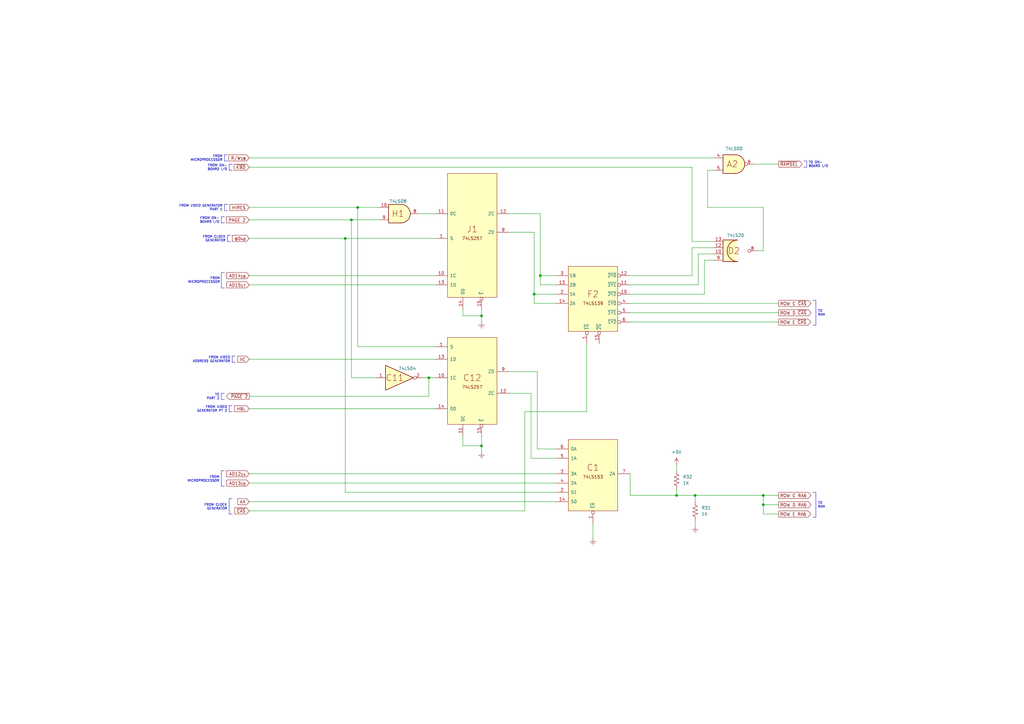
<source format=kicad_sch>
(kicad_sch (version 20211123) (generator eeschema)
  (paper "A3")
  (title_block (title "Apple II - Memory Address Part 1") (date "2022-07-11") (rev "7, RFI") (company "Apple Computers, Inc.") (comment 1 "Original schematic by Apple Computers") (comment 2 "https://github.com/omega9380/Retro-Schematics") (comment 3 "Replication by Omega9380 - July 2022") (comment 4 "Source: The Apple II Circuit Description by W. Gayler"))
  (lib_symbols
    (symbol "Apple II:A2_74LS00" (pin_names (offset 1.016))
      (property "Value" "A2_74LS00" (at 0 -6.35 0))
      (symbol "A2_74LS00_0_0"
        (text "A2" (at 0 0 0) (effects (font (size 2.54 2.54))))
      )
      (symbol "A2_74LS00_0_1"
        (polyline (pts (xy 1.27 3.81) (xy -3.81 3.81) (xy -3.81 -3.81) (xy 1.27 -3.81)) (stroke (width 0.254)) (fill (type background)))
        (arc (start 1.27 -3.81) (mid 5.08 0) (end 1.27 3.81) (stroke (width 0.254)) (fill (type background)))
      )
      (symbol "A2_74LS00_1_1"
        (pin input line (at -7.62 2.54 0) (length 3.81) (name "~") (number "1"))
        (pin input line (at -7.62 -2.54 0) (length 3.81) (name "~") (number "2"))
        (pin output inverted (at 8.89 0 180) (length 3.81) (name "~") (number "3"))
      )
      (symbol "A2_74LS00_1_2"
        (arc (start -3.81 -3.81) (mid -2.589 0) (end -3.81 3.81) (stroke (width 0.254)))
        (arc (start -0.6096 -3.81) (mid 2.1842 -2.5851) (end 3.81 0) (stroke (width 0.254)) (fill (type background)))
        (polyline (pts (xy -3.81 -3.81) (xy -0.635 -3.81)) (stroke (width 0.254)) (fill (type background)))
        (polyline (pts (xy -3.81 3.81) (xy -0.635 3.81)) (stroke (width 0.254)) (fill (type background)))
        (polyline (pts (xy -0.635 3.81) (xy -3.81 3.81) (xy -3.81 3.81) (xy -3.556 3.4036) (xy -3.0226 2.2606) (xy -2.6924 1.0414) (xy -2.6162 -0.254) (xy -2.7686 -1.4986) (xy -3.175 -2.7178) (xy -3.81 -3.81) (xy -3.81 -3.81) (xy -0.635 -3.81)) (stroke (width -25.4)) (fill (type background)))
        (arc (start 3.81 0) (mid 2.1915 2.5936) (end -0.6096 3.81) (stroke (width 0.254)) (fill (type background)))
        (pin input inverted (at -7.62 2.54 0) (length 4.318) (name "~") (number "1"))
        (pin input inverted (at -7.62 -2.54 0) (length 4.318) (name "~") (number "2"))
        (pin output line (at 7.62 0 180) (length 3.81) (name "~") (number "3"))
      )
      (symbol "A2_74LS00_2_1"
        (pin input line (at -7.62 2.54 0) (length 3.81) (name "~") (number "4"))
        (pin input line (at -7.62 -2.54 0) (length 3.81) (name "~") (number "5"))
        (pin output inverted (at 8.89 0 180) (length 3.81) (name "~") (number "6"))
      )
      (symbol "A2_74LS00_2_2"
        (arc (start -3.81 -3.81) (mid -2.589 0) (end -3.81 3.81) (stroke (width 0.254)))
        (arc (start -0.6096 -3.81) (mid 2.1842 -2.5851) (end 3.81 0) (stroke (width 0.254)) (fill (type background)))
        (polyline (pts (xy -3.81 -3.81) (xy -0.635 -3.81)) (stroke (width 0.254)) (fill (type background)))
        (polyline (pts (xy -3.81 3.81) (xy -0.635 3.81)) (stroke (width 0.254)) (fill (type background)))
        (polyline (pts (xy -0.635 3.81) (xy -3.81 3.81) (xy -3.81 3.81) (xy -3.556 3.4036) (xy -3.0226 2.2606) (xy -2.6924 1.0414) (xy -2.6162 -0.254) (xy -2.7686 -1.4986) (xy -3.175 -2.7178) (xy -3.81 -3.81) (xy -3.81 -3.81) (xy -0.635 -3.81)) (stroke (width -25.4)) (fill (type background)))
        (arc (start 3.81 0) (mid 2.1915 2.5936) (end -0.6096 3.81) (stroke (width 0.254)) (fill (type background)))
        (pin input inverted (at -7.62 2.54 0) (length 4.318) (name "~") (number "4"))
        (pin input inverted (at -7.62 -2.54 0) (length 4.318) (name "~") (number "5"))
        (pin output line (at 7.62 0 180) (length 3.81) (name "~") (number "6"))
      )
      (symbol "A2_74LS00_3_1"
        (pin input line (at -7.62 -2.54 0) (length 3.81) (name "~") (number "10"))
        (pin output inverted (at 8.89 0 180) (length 3.81) (name "~") (number "8"))
        (pin input line (at -7.62 2.54 0) (length 3.81) (name "~") (number "9"))
      )
      (symbol "A2_74LS00_3_2"
        (arc (start -3.81 -3.81) (mid -2.589 0) (end -3.81 3.81) (stroke (width 0.254)))
        (arc (start -0.6096 -3.81) (mid 2.1842 -2.5851) (end 3.81 0) (stroke (width 0.254)) (fill (type background)))
        (polyline (pts (xy -3.81 -3.81) (xy -0.635 -3.81)) (stroke (width 0.254)) (fill (type background)))
        (polyline (pts (xy -3.81 3.81) (xy -0.635 3.81)) (stroke (width 0.254)) (fill (type background)))
        (polyline (pts (xy -0.635 3.81) (xy -3.81 3.81) (xy -3.81 3.81) (xy -3.556 3.4036) (xy -3.0226 2.2606) (xy -2.6924 1.0414) (xy -2.6162 -0.254) (xy -2.7686 -1.4986) (xy -3.175 -2.7178) (xy -3.81 -3.81) (xy -3.81 -3.81) (xy -0.635 -3.81)) (stroke (width -25.4)) (fill (type background)))
        (arc (start 3.81 0) (mid 2.1915 2.5936) (end -0.6096 3.81) (stroke (width 0.254)) (fill (type background)))
        (pin input inverted (at -7.62 -2.54 0) (length 4.318) (name "~") (number "10"))
        (pin output line (at 7.62 0 180) (length 3.81) (name "~") (number "8"))
        (pin input inverted (at -7.62 2.54 0) (length 4.318) (name "~") (number "9"))
      )
      (symbol "A2_74LS00_4_1"
        (pin output inverted (at 8.89 0 180) (length 3.81) (name "~") (number "11"))
        (pin input line (at -7.62 2.54 0) (length 3.81) (name "~") (number "12"))
        (pin input line (at -7.62 -2.54 0) (length 3.81) (name "~") (number "13"))
      )
      (symbol "A2_74LS00_4_2"
        (arc (start -3.81 -3.81) (mid -2.589 0) (end -3.81 3.81) (stroke (width 0.254)))
        (arc (start -0.6096 -3.81) (mid 2.1842 -2.5851) (end 3.81 0) (stroke (width 0.254)) (fill (type background)))
        (polyline (pts (xy -3.81 -3.81) (xy -0.635 -3.81)) (stroke (width 0.254)) (fill (type background)))
        (polyline (pts (xy -3.81 3.81) (xy -0.635 3.81)) (stroke (width 0.254)) (fill (type background)))
        (polyline (pts (xy -0.635 3.81) (xy -3.81 3.81) (xy -3.81 3.81) (xy -3.556 3.4036) (xy -3.0226 2.2606) (xy -2.6924 1.0414) (xy -2.6162 -0.254) (xy -2.7686 -1.4986) (xy -3.175 -2.7178) (xy -3.81 -3.81) (xy -3.81 -3.81) (xy -0.635 -3.81)) (stroke (width -25.4)) (fill (type background)))
        (arc (start 3.81 0) (mid 2.1915 2.5936) (end -0.6096 3.81) (stroke (width 0.254)) (fill (type background)))
        (pin output line (at 7.62 0 180) (length 3.81) (name "~") (number "11"))
        (pin input inverted (at -7.62 2.54 0) (length 4.318) (name "~") (number "12"))
        (pin input inverted (at -7.62 -2.54 0) (length 4.318) (name "~") (number "13"))
      )
    )
    (symbol "Apple II:C11_74LS04"
      (property "Value" "C11_74LS04" (at 7.62 -3.81 0))
      (symbol "C11_74LS04_0_0"
        (polyline (pts (xy -3.81 5.08) (xy -3.81 -5.08) (xy 7.62 0) (xy -3.81 5.08)) (stroke (width 0.254)) (fill (type background)))
        (text "C11" (at 0 0 0) (effects (font (size 2.54 2.54))))
      )
      (symbol "C11_74LS04_1_0"
        (pin input line (at -7.62 0 0) (length 3.81) (name "~") (number "1"))
        (pin output inverted (at 11.43 0 180) (length 3.81) (name "~") (number "2"))
      )
      (symbol "C11_74LS04_2_0"
        (pin input line (at -7.62 0 0) (length 3.81) (name "~") (number "3"))
        (pin output inverted (at 11.43 0 180) (length 3.81) (name "~") (number "4"))
      )
      (symbol "C11_74LS04_3_0"
        (pin input line (at -7.62 0 0) (length 3.81) (name "~") (number "5"))
        (pin output inverted (at 11.43 0 180) (length 3.81) (name "~") (number "6"))
      )
      (symbol "C11_74LS04_4_0"
        (pin output inverted (at 11.43 0 180) (length 3.81) (name "~") (number "8"))
        (pin input line (at -7.62 0 0) (length 3.81) (name "~") (number "9"))
      )
      (symbol "C11_74LS04_5_0"
        (pin output inverted (at 11.43 0 180) (length 3.81) (name "~") (number "10"))
        (pin input line (at -7.62 0 0) (length 3.81) (name "~") (number "11"))
      )
      (symbol "C11_74LS04_6_0"
        (pin output inverted (at 11.43 0 180) (length 3.81) (name "~") (number "12"))
        (pin input line (at -7.62 0 0) (length 3.81) (name "~") (number "13"))
      )
    )
    (symbol "Apple II:C12_74LS257" (pin_names (offset 1.016))
      (symbol "C12_74LS257_1_0"
        (pin input line (at -5.08 -3.81 0) (length 5.08) (name "S") (number "1"))
        (pin input line (at -5.08 -16.51 0) (length 5.08) (name "1C") (number "10"))
        (pin input line (at 6.35 -40.64 90) (length 5.08) (name "0C") (number "11"))
        (pin tri_state line (at 25.4 -22.86 180) (length 5.08) (name "ZC") (number "12"))
        (pin input line (at -5.08 -8.89 0) (length 5.08) (name "1D") (number "13"))
        (pin input line (at -5.08 -29.21 0) (length 5.08) (name "0D") (number "14"))
        (pin input inverted (at 13.97 -40.64 90) (length 5.08) (name "~{E}") (number "15"))
        (pin tri_state line (at 25.4 -13.97 180) (length 5.08) (name "ZD") (number "9"))
      )
      (symbol "C12_74LS257_1_1"
        (rectangle (start 0 0) (end 20.32 -35.56) (fill (type background)))
        (text "74LS257" (at 10.16 -20.32 0) (effects (font (size 1.27 1.27))))
        (text "C12" (at 10.16 -16.51 0) (effects (font (size 2.54 2.54))))
      )
      (symbol "C12_74LS257_2_0"
        (pin input line (at -5.08 -3.81 0) (length 5.08) (name "S") (number "1"))
        (pin input inverted (at 10.16 -27.94 90) (length 5.08) (name "~{E}") (number "15"))
        (pin input line (at -5.08 -19.05 0) (length 5.08) (name "0A") (number "2"))
        (pin input line (at -5.08 -7.62 0) (length 5.08) (name "1A") (number "3"))
        (pin tri_state line (at 25.4 -11.43 180) (length 5.08) (name "ZA") (number "4"))
        (pin input line (at -5.08 -15.24 0) (length 5.08) (name "0B") (number "5"))
        (pin input line (at -5.08 -11.43 0) (length 5.08) (name "1B") (number "6"))
        (pin tri_state line (at 25.4 -19.05 180) (length 5.08) (name "ZB") (number "7"))
      )
      (symbol "C12_74LS257_2_1"
        (rectangle (start 0 0) (end 20.32 -22.86) (fill (type background)))
        (text "74LS257" (at 10.16 -13.97 0) (effects (font (size 1.27 1.27))))
        (text "C12" (at 10.16 -10.16 0) (effects (font (size 2.54 2.54))))
      )
    )
    (symbol "Apple II:C1_74LS153" (pin_names (offset 1.016))
      (symbol "C1_74LS153_1_0"
        (pin input line (at 25.4 -11.43 180) (length 5.08) (name "0B") (number "10"))
        (pin input line (at -5.08 -8.89 0) (length 5.08) (name "1B") (number "11"))
        (pin input line (at 25.4 -19.05 180) (length 5.08) (name "2B") (number "12"))
        (pin input line (at -5.08 -13.97 0) (length 5.08) (name "3B") (number "13"))
        (pin input line (at -5.08 -19.05 0) (length 5.08) (name "S0") (number "14"))
        (pin input inverted (at 10.16 -27.94 90) (length 5.08) (name "~{EB}") (number "15"))
        (pin input line (at -5.08 -3.81 0) (length 5.08) (name "S1") (number "2"))
        (pin output line (at 25.4 -3.81 180) (length 5.08) (name "ZB") (number "9"))
      )
      (symbol "C1_74LS153_1_1"
        (rectangle (start 0 0) (end 20.32 -22.86) (fill (type background)))
        (text "74LS153" (at 10.16 -13.97 0) (effects (font (size 1.27 1.27))))
        (text "C1" (at 10.16 -10.16 0) (effects (font (size 2.54 2.54))))
      )
      (symbol "C1_74LS153_2_0"
        (pin input inverted (at 10.16 -31.75 90) (length 5.08) (name "~{EA}") (number "1"))
        (pin input line (at -5.08 -22.86 0) (length 5.08) (name "S0") (number "14"))
        (pin input line (at -5.08 -19.05 0) (length 5.08) (name "S1") (number "2"))
        (pin input line (at -5.08 -11.43 0) (length 5.08) (name "3A") (number "3"))
        (pin input line (at -5.08 -15.24 0) (length 5.08) (name "2A") (number "4"))
        (pin input line (at -5.08 -7.62 0) (length 5.08) (name "1A") (number "5"))
        (pin input line (at -5.08 -3.81 0) (length 5.08) (name "0A") (number "6"))
        (pin output line (at 25.4 -13.97 180) (length 5.08) (name "ZA") (number "7"))
      )
      (symbol "C1_74LS153_2_1"
        (rectangle (start 0 0) (end 20.32 -26.67) (fill (type background)))
        (text "74LS153" (at 10.16 -15.24 0) (effects (font (size 1.27 1.27))))
        (text "C1" (at 10.16 -11.43 0) (effects (font (size 2.54 2.54))))
      )
      (symbol "C1_74LS153_3_0"
        (pin input inverted (at 10.16 -34.29 90) (length 5.08) (name "~{EA}") (number "1"))
        (pin input line (at -5.08 -25.4 0) (length 5.08) (name "S0") (number "14"))
        (pin input line (at -5.08 -21.59 0) (length 5.08) (name "S1") (number "2"))
        (pin input line (at -5.08 -13.97 0) (length 5.08) (name "3A") (number "3"))
        (pin input line (at -5.08 -17.78 0) (length 5.08) (name "2A") (number "4"))
        (pin input line (at -5.08 -7.62 0) (length 5.08) (name "1A") (number "5"))
        (pin input line (at -5.08 -3.81 0) (length 5.08) (name "0A") (number "6"))
        (pin output line (at 25.4 -13.97 180) (length 5.08) (name "ZA") (number "7"))
      )
      (symbol "C1_74LS153_3_1"
        (rectangle (start 0 0) (end 20.32 -29.21) (fill (type background)))
        (text "74LS153" (at 10.16 -15.24 0) (effects (font (size 1.27 1.27))))
        (text "C1" (at 10.16 -11.43 0) (effects (font (size 2.54 2.54))))
      )
    )
    (symbol "Apple II:D2_74LS20" (pin_names (offset 1.016))
      (property "Value" "D2_74LS20" (at 0 -6.35 0))
      (symbol "D2_74LS20_0_0"
        (text "D2" (at 0.635 0 0) (effects (font (size 2.54 2.54))))
      )
      (symbol "D2_74LS20_0_1"
        (polyline (pts (xy 2.159 4.445) (xy -3.81 4.445) (xy -3.81 -4.445) (xy 2.159 -4.445)) (stroke (width 0.254)) (fill (type background)))
        (arc (start 2.0594 4.445) (mid -2.6759 0) (end 2.0594 -4.445) (stroke (width 0.254)) (fill (type background)))
      )
      (symbol "D2_74LS20_1_1"
        (pin input line (at -7.62 -3.81 0) (length 3.81) (name "~") (number "1"))
        (pin input line (at -7.62 -1.27 0) (length 3.81) (name "~") (number "2"))
        (pin input line (at -7.62 1.27 0) (length 3.81) (name "~") (number "4"))
        (pin input line (at -7.62 3.81 0) (length 3.81) (name "~") (number "5"))
        (pin output inverted (at 10.16 0 180) (length 3.81) (name "~") (number "6"))
      )
      (symbol "D2_74LS20_1_2"
        (arc (start -3.81 -4.445) (mid -2.5908 0) (end -3.81 4.445) (stroke (width 0.254)))
        (arc (start -0.6096 -4.445) (mid 2.2246 -2.8422) (end 3.81 0) (stroke (width 0.254)) (fill (type background)))
        (polyline (pts (xy -3.81 -4.445) (xy -0.635 -4.445)) (stroke (width 0.254)) (fill (type background)))
        (polyline (pts (xy -3.81 4.445) (xy -0.635 4.445)) (stroke (width 0.254)) (fill (type background)))
        (polyline (pts (xy -0.635 4.445) (xy -3.81 4.445) (xy -3.81 4.445) (xy -3.6322 4.0894) (xy -3.0988 2.921) (xy -2.7686 1.6764) (xy -2.6162 0.4318) (xy -2.6416 -0.8636) (xy -2.8702 -2.1082) (xy -3.2512 -3.3274) (xy -3.81 -4.445) (xy -3.81 -4.445) (xy -0.635 -4.445)) (stroke (width -25.4)) (fill (type background)))
        (arc (start 3.81 0) (mid 2.2204 2.8379) (end -0.6096 4.445) (stroke (width 0.254)) (fill (type background)))
        (pin input inverted (at -7.62 3.81 0) (length 3.81) (name "~") (number "1"))
        (pin input inverted (at -7.62 1.27 0) (length 4.826) (name "~") (number "2"))
        (pin input inverted (at -7.62 -1.27 0) (length 4.826) (name "~") (number "4"))
        (pin input inverted (at -7.62 -3.81 0) (length 3.81) (name "~") (number "5"))
        (pin output line (at 7.62 0 180) (length 3.81) (name "~") (number "6"))
      )
      (symbol "D2_74LS20_2_1"
        (pin input line (at -7.62 -1.27 0) (length 3.81) (name "~") (number "10"))
        (pin input line (at -7.62 1.27 0) (length 3.81) (name "~") (number "12"))
        (pin input line (at -7.62 3.81 0) (length 3.81) (name "~") (number "13"))
        (pin output inverted (at 10.16 0 180) (length 3.81) (name "~") (number "8"))
        (pin input line (at -7.62 -3.81 0) (length 3.81) (name "~") (number "9"))
      )
      (symbol "D2_74LS20_2_2"
        (arc (start -3.81 -4.445) (mid -2.5908 0) (end -3.81 4.445) (stroke (width 0.254)))
        (arc (start -0.6096 -4.445) (mid 2.2246 -2.8422) (end 3.81 0) (stroke (width 0.254)) (fill (type background)))
        (polyline (pts (xy -3.81 -4.445) (xy -0.635 -4.445)) (stroke (width 0.254)) (fill (type background)))
        (polyline (pts (xy -3.81 4.445) (xy -0.635 4.445)) (stroke (width 0.254)) (fill (type background)))
        (polyline (pts (xy -0.635 4.445) (xy -3.81 4.445) (xy -3.81 4.445) (xy -3.6322 4.0894) (xy -3.0988 2.921) (xy -2.7686 1.6764) (xy -2.6162 0.4318) (xy -2.6416 -0.8636) (xy -2.8702 -2.1082) (xy -3.2512 -3.3274) (xy -3.81 -4.445) (xy -3.81 -4.445) (xy -0.635 -4.445)) (stroke (width -25.4)) (fill (type background)))
        (arc (start 3.81 0) (mid 2.2204 2.8379) (end -0.6096 4.445) (stroke (width 0.254)) (fill (type background)))
        (pin input inverted (at -7.62 1.27 0) (length 4.826) (name "~") (number "10"))
        (pin input inverted (at -7.62 -1.27 0) (length 4.826) (name "~") (number "12"))
        (pin input inverted (at -7.62 -3.81 0) (length 3.81) (name "~") (number "13"))
        (pin output line (at 7.62 0 180) (length 3.81) (name "~") (number "8"))
        (pin input inverted (at -7.62 3.81 0) (length 3.81) (name "~") (number "9"))
      )
    )
    (symbol "Apple II:F2_74LS139"
      (symbol "F2_74LS139_0_0"
        (text "74LS139" (at 10.16 -15.24 0) (effects (font (size 1.27 1.27))))
        (text "F2" (at 10.16 -11.43 0) (effects (font (size 2.54 2.54))))
      )
      (symbol "F2_74LS139_0_1"
        (rectangle (start 0 0) (end 20.32 -26.67) (fill (type background)))
      )
      (symbol "F2_74LS139_1_0"
        (pin input inverted (at 7.62 -31.75 90) (length 5.08) (name "~{1G}") (number "1"))
        (pin input inverted (at 25.4 -11.43 180) (length 5.08) (name "~{2Y2}") (number "10"))
        (pin input inverted (at 25.4 -7.62 180) (length 5.08) (name "~{2Y1}") (number "11"))
        (pin input inverted (at 25.4 -3.81 180) (length 5.08) (name "~{2Y0}") (number "12"))
        (pin input line (at -5.08 -7.62 0) (length 5.08) (name "2B") (number "13"))
        (pin input line (at -5.08 -15.24 0) (length 5.08) (name "2A") (number "14"))
        (pin input inverted (at 12.7 -31.75 90) (length 5.08) (name "~{2G}") (number "15"))
        (pin input line (at -5.08 -11.43 0) (length 5.08) (name "1A") (number "2"))
        (pin input line (at -5.08 -3.81 0) (length 5.08) (name "1B") (number "3"))
        (pin input inverted (at 25.4 -15.24 180) (length 5.08) (name "~{1Y0}") (number "4"))
        (pin input inverted (at 25.4 -19.05 180) (length 5.08) (name "~{1Y1}") (number "5"))
        (pin input inverted (at 25.4 -22.86 180) (length 5.08) (name "~{1Y2}") (number "6"))
      )
    )
    (symbol "Apple II:H1_74LS08" (pin_names (offset 1.016))
      (property "Value" "H1_74LS08" (at 0 -6.35 0))
      (symbol "H1_74LS08_0_0"
        (text "H1" (at 0 0 0) (effects (font (size 2.54 2.54))))
      )
      (symbol "H1_74LS08_0_1"
        (polyline (pts (xy 1.27 3.81) (xy -3.81 3.81) (xy -3.81 -3.81) (xy 1.27 -3.81)) (stroke (width 0.254)) (fill (type background)))
        (arc (start 1.27 -3.81) (mid 5.08 0) (end 1.27 3.81) (stroke (width 0.254)) (fill (type background)))
      )
      (symbol "H1_74LS08_1_1"
        (pin input line (at -7.62 2.54 0) (length 3.81) (name "~") (number "1"))
        (pin input line (at -7.62 -2.54 0) (length 3.81) (name "~") (number "2"))
        (pin output line (at 8.89 0 180) (length 3.81) (name "~") (number "3"))
      )
      (symbol "H1_74LS08_1_2"
        (arc (start -3.81 -3.81) (mid -2.589 0) (end -3.81 3.81) (stroke (width 0.254)))
        (arc (start -0.6096 -3.81) (mid 2.1842 -2.5851) (end 3.81 0) (stroke (width 0.254)) (fill (type background)))
        (polyline (pts (xy -3.81 -3.81) (xy -0.635 -3.81)) (stroke (width 0.254)) (fill (type background)))
        (polyline (pts (xy -3.81 3.81) (xy -0.635 3.81)) (stroke (width 0.254)) (fill (type background)))
        (polyline (pts (xy -0.635 3.81) (xy -3.81 3.81) (xy -3.81 3.81) (xy -3.556 3.4036) (xy -3.0226 2.2606) (xy -2.6924 1.0414) (xy -2.6162 -0.254) (xy -2.7686 -1.4986) (xy -3.175 -2.7178) (xy -3.81 -3.81) (xy -3.81 -3.81) (xy -0.635 -3.81)) (stroke (width -25.4)) (fill (type background)))
        (arc (start 3.81 0) (mid 2.1915 2.5936) (end -0.6096 3.81) (stroke (width 0.254)) (fill (type background)))
        (pin input inverted (at -7.62 2.54 0) (length 4.318) (name "~") (number "1"))
        (pin input inverted (at -7.62 -2.54 0) (length 4.318) (name "~") (number "2"))
        (pin output inverted (at 7.62 0 180) (length 3.81) (name "~") (number "3"))
      )
      (symbol "H1_74LS08_2_1"
        (pin input line (at -7.62 2.54 0) (length 3.81) (name "~") (number "4"))
        (pin input line (at -7.62 -2.54 0) (length 3.81) (name "~") (number "5"))
        (pin output line (at 8.89 0 180) (length 3.81) (name "~") (number "6"))
      )
      (symbol "H1_74LS08_2_2"
        (arc (start -3.81 -3.81) (mid -2.589 0) (end -3.81 3.81) (stroke (width 0.254)))
        (arc (start -0.6096 -3.81) (mid 2.1842 -2.5851) (end 3.81 0) (stroke (width 0.254)) (fill (type background)))
        (polyline (pts (xy -3.81 -3.81) (xy -0.635 -3.81)) (stroke (width 0.254)) (fill (type background)))
        (polyline (pts (xy -3.81 3.81) (xy -0.635 3.81)) (stroke (width 0.254)) (fill (type background)))
        (polyline (pts (xy -0.635 3.81) (xy -3.81 3.81) (xy -3.81 3.81) (xy -3.556 3.4036) (xy -3.0226 2.2606) (xy -2.6924 1.0414) (xy -2.6162 -0.254) (xy -2.7686 -1.4986) (xy -3.175 -2.7178) (xy -3.81 -3.81) (xy -3.81 -3.81) (xy -0.635 -3.81)) (stroke (width -25.4)) (fill (type background)))
        (arc (start 3.81 0) (mid 2.1915 2.5936) (end -0.6096 3.81) (stroke (width 0.254)) (fill (type background)))
        (pin input inverted (at -7.62 2.54 0) (length 4.318) (name "~") (number "4"))
        (pin input inverted (at -7.62 -2.54 0) (length 4.318) (name "~") (number "5"))
        (pin output inverted (at 7.62 0 180) (length 3.81) (name "~") (number "6"))
      )
      (symbol "H1_74LS08_3_1"
        (pin input line (at -7.62 -2.54 0) (length 3.81) (name "~") (number "10"))
        (pin output line (at 8.89 0 180) (length 3.81) (name "~") (number "8"))
        (pin input line (at -7.62 2.54 0) (length 3.81) (name "~") (number "9"))
      )
      (symbol "H1_74LS08_3_2"
        (arc (start -3.81 -3.81) (mid -2.589 0) (end -3.81 3.81) (stroke (width 0.254)))
        (arc (start -0.6096 -3.81) (mid 2.1842 -2.5851) (end 3.81 0) (stroke (width 0.254)) (fill (type background)))
        (polyline (pts (xy -3.81 -3.81) (xy -0.635 -3.81)) (stroke (width 0.254)) (fill (type background)))
        (polyline (pts (xy -3.81 3.81) (xy -0.635 3.81)) (stroke (width 0.254)) (fill (type background)))
        (polyline (pts (xy -0.635 3.81) (xy -3.81 3.81) (xy -3.81 3.81) (xy -3.556 3.4036) (xy -3.0226 2.2606) (xy -2.6924 1.0414) (xy -2.6162 -0.254) (xy -2.7686 -1.4986) (xy -3.175 -2.7178) (xy -3.81 -3.81) (xy -3.81 -3.81) (xy -0.635 -3.81)) (stroke (width -25.4)) (fill (type background)))
        (arc (start 3.81 0) (mid 2.1915 2.5936) (end -0.6096 3.81) (stroke (width 0.254)) (fill (type background)))
        (pin input inverted (at -7.62 -2.54 0) (length 4.318) (name "~") (number "10"))
        (pin output inverted (at 7.62 0 180) (length 3.81) (name "~") (number "8"))
        (pin input inverted (at -7.62 2.54 0) (length 4.318) (name "~") (number "9"))
      )
      (symbol "H1_74LS08_4_1"
        (pin output line (at 8.89 0 180) (length 3.81) (name "~") (number "11"))
        (pin input line (at -7.62 2.54 0) (length 3.81) (name "~") (number "12"))
        (pin input line (at -7.62 -2.54 0) (length 3.81) (name "~") (number "13"))
      )
      (symbol "H1_74LS08_4_2"
        (arc (start -3.81 -3.81) (mid -2.589 0) (end -3.81 3.81) (stroke (width 0.254)))
        (arc (start -0.6096 -3.81) (mid 2.1842 -2.5851) (end 3.81 0) (stroke (width 0.254)) (fill (type background)))
        (polyline (pts (xy -3.81 -3.81) (xy -0.635 -3.81)) (stroke (width 0.254)) (fill (type background)))
        (polyline (pts (xy -3.81 3.81) (xy -0.635 3.81)) (stroke (width 0.254)) (fill (type background)))
        (polyline (pts (xy -0.635 3.81) (xy -3.81 3.81) (xy -3.81 3.81) (xy -3.556 3.4036) (xy -3.0226 2.2606) (xy -2.6924 1.0414) (xy -2.6162 -0.254) (xy -2.7686 -1.4986) (xy -3.175 -2.7178) (xy -3.81 -3.81) (xy -3.81 -3.81) (xy -0.635 -3.81)) (stroke (width -25.4)) (fill (type background)))
        (arc (start 3.81 0) (mid 2.1915 2.5936) (end -0.6096 3.81) (stroke (width 0.254)) (fill (type background)))
        (pin output inverted (at 7.62 0 180) (length 3.81) (name "~") (number "11"))
        (pin input inverted (at -7.62 2.54 0) (length 4.318) (name "~") (number "12"))
        (pin input inverted (at -7.62 -2.54 0) (length 4.318) (name "~") (number "13"))
      )
    )
    (symbol "Apple II:J1_74LS257" (pin_names (offset 1.016))
      (symbol "J1_74LS257_0_0"
        (text "74LS257" (at 10.16 -26.67 0) (effects (font (size 1.27 1.27))))
        (text "J1" (at 10.16 -22.86 0) (effects (font (size 2.54 2.54))))
      )
      (symbol "J1_74LS257_0_1"
        (rectangle (start 0 0) (end 20.32 -50.8) (fill (type background)))
      )
      (symbol "J1_74LS257_1_0"
        (pin input line (at -5.08 -26.67 0) (length 5.08) (name "S") (number "1"))
        (pin input line (at -5.08 -41.91 0) (length 5.08) (name "1C") (number "10"))
        (pin input line (at -5.08 -16.51 0) (length 5.08) (name "0C") (number "11"))
        (pin tri_state line (at 25.4 -16.51 180) (length 5.08) (name "ZC") (number "12"))
        (pin input line (at -5.08 -46.99 0) (length 5.08) (name "1D") (number "13"))
        (pin input line (at 6.35 -55.88 90) (length 5.08) (name "0D") (number "14"))
        (pin input inverted (at 13.97 -55.88 90) (length 5.08) (name "~{E}") (number "15"))
        (pin input line (at 25.4 -31.75 180) (length 5.08) (name "0A") (number "2"))
        (pin input line (at -5.08 -31.75 0) (length 5.08) (name "1A") (number "3"))
        (pin tri_state line (at 25.4 -10.16 180) (length 5.08) (name "ZA") (number "4"))
        (pin input line (at -5.08 -3.81 0) (length 5.08) (name "0B") (number "5"))
        (pin input line (at -5.08 -36.83 0) (length 5.08) (name "1B") (number "6"))
        (pin tri_state line (at 25.4 -3.81 180) (length 5.08) (name "ZB") (number "7"))
        (pin tri_state line (at 25.4 -24.13 180) (length 5.08) (name "ZD") (number "9"))
      )
      (symbol "J1_74LS257_2_0"
        (pin input line (at -5.08 -26.67 0) (length 5.08) (name "S") (number "1"))
        (pin input line (at -5.08 -41.91 0) (length 5.08) (name "1C") (number "10"))
        (pin input line (at -5.08 -16.51 0) (length 5.08) (name "0C") (number "11"))
        (pin tri_state line (at 25.4 -16.51 180) (length 5.08) (name "ZC") (number "12"))
        (pin input line (at -5.08 -45.72 0) (length 5.08) (name "1D") (number "13"))
        (pin input line (at 6.35 -55.88 90) (length 5.08) (name "0D") (number "14"))
        (pin input inverted (at 13.97 -55.88 90) (length 5.08) (name "~{E}") (number "15"))
        (pin tri_state line (at 25.4 -24.13 180) (length 5.08) (name "ZD") (number "9"))
      )
    )
    (symbol "Device:R_US" (pin_numbers hide) (pin_names (offset 0))
      (property "Reference" "R" (at 2.54 0 90))
      (property "Value" "R_US" (at -2.54 0 90))
      (symbol "R_US_0_1"
        (polyline (pts (xy 0 -2.286) (xy 0 -2.54)))
        (polyline (pts (xy 0 2.286) (xy 0 2.54)))
        (polyline (pts (xy 0 -0.762) (xy 1.016 -1.143) (xy 0 -1.524) (xy -1.016 -1.905) (xy 0 -2.286)))
        (polyline (pts (xy 0 0.762) (xy 1.016 0.381) (xy 0 0) (xy -1.016 -0.381) (xy 0 -0.762)))
        (polyline (pts (xy 0 2.286) (xy 1.016 1.905) (xy 0 1.524) (xy -1.016 1.143) (xy 0 0.762)))
      )
      (symbol "R_US_1_1"
        (pin passive line (at 0 3.81 270) (length 1.27) (name "~") (number "1"))
        (pin passive line (at 0 -3.81 90) (length 1.27) (name "~") (number "2"))
      )
    )
    (symbol "power:+5V" (power) (pin_names (offset 0))
      (property "Value" "+5V" (at 0 3.556 0))
      (symbol "+5V_0_1"
        (polyline (pts (xy -0.762 1.27) (xy 0 2.54)))
        (polyline (pts (xy 0 0) (xy 0 2.54)))
        (polyline (pts (xy 0 2.54) (xy 0.762 1.27)))
      )
      (symbol "+5V_1_1"
        (pin power_in line (at 0 0 90) (length 0) hide (name "+5V") (number "1"))
      )
    )
    (symbol "power:Earth" (power) (pin_names (offset 0))
      (symbol "Earth_0_1"
        (polyline (pts (xy -0.635 -1.905) (xy 0.635 -1.905)))
        (polyline (pts (xy -0.127 -2.54) (xy 0.127 -2.54)))
        (polyline (pts (xy 0 -1.27) (xy 0 0)))
        (polyline (pts (xy 1.27 -1.27) (xy -1.27 -1.27)))
      )
      (symbol "Earth_1_1"
        (pin power_in line (at 0 0 270) (length 0) hide (name "Earth") (number "1"))
      )
    )
  )
  (junction (at 313.055 203.2))
  (junction (at 221.615 113.03))
  (junction (at 285.115 203.2))
  (junction (at 277.495 203.2))
  (junction (at 313.055 207.01))
  (junction (at 144.145 90.17))
  (junction (at 197.485 129.54))
  (junction (at 175.895 154.94))
  (junction (at 219.075 120.65))
  (junction (at 141.605 97.79))
  (junction (at 197.485 182.88))
  (junction (at 146.685 85.09))
  (wire (pts (xy 146.685 85.09) (xy 155.575 85.09)))
  (wire (pts (xy 227.965 116.84) (xy 221.615 116.84)))
  (polyline (pts (xy 92.075 83.82) (xy 92.075 86.36)) (stroke (width 0) (type solid)))
  (wire (pts (xy 288.925 106.68) (xy 292.735 106.68)))
  (wire (pts (xy 285.115 203.2) (xy 285.115 205.74)))
  (polyline (pts (xy 93.98 166.37) (xy 93.98 168.91)) (stroke (width 0) (type solid)))
  (polyline (pts (xy 90.805 161.29) (xy 90.805 163.83)) (stroke (width 0) (type solid)))
  (wire (pts (xy 290.195 69.85) (xy 290.195 85.09)))
  (wire (pts (xy 175.895 154.94) (xy 178.435 154.94)))
  (wire (pts (xy 102.235 205.74) (xy 227.965 205.74)))
  (polyline (pts (xy 96.52 146.05) (xy 95.25 146.05)) (stroke (width 0) (type solid)))
  (polyline (pts (xy 93.345 86.36) (xy 92.075 86.36)) (stroke (width 0) (type solid)))
  (polyline (pts (xy 92.075 88.9) (xy 90.805 88.9)) (stroke (width 0) (type solid)))
  (wire (pts (xy 313.055 85.09) (xy 313.055 102.87)))
  (wire (pts (xy 258.445 116.84) (xy 286.385 116.84)))
  (wire (pts (xy 217.805 161.29) (xy 217.805 187.96)))
  (wire (pts (xy 102.235 209.55) (xy 215.265 209.55)))
  (wire (pts (xy 144.145 154.94) (xy 144.145 90.17)))
  (polyline (pts (xy 90.805 111.76) (xy 90.805 118.11)) (stroke (width 0) (type solid)))
  (wire (pts (xy 219.075 124.46) (xy 219.075 120.65)))
  (wire (pts (xy 313.055 203.2) (xy 319.405 203.2)))
  (wire (pts (xy 146.685 142.24) (xy 146.685 85.09)))
  (wire (pts (xy 102.235 97.79) (xy 141.605 97.79)))
  (wire (pts (xy 227.965 201.93) (xy 141.605 201.93)))
  (wire (pts (xy 319.405 210.82) (xy 313.055 210.82)))
  (wire (pts (xy 313.055 210.82) (xy 313.055 207.01)))
  (polyline (pts (xy 334.645 201.93) (xy 334.645 212.09)) (stroke (width 0) (type solid)))
  (wire (pts (xy 173.355 154.94) (xy 175.895 154.94)))
  (wire (pts (xy 102.235 162.56) (xy 175.895 162.56)))
  (polyline (pts (xy 330.835 66.04) (xy 330.835 68.58)) (stroke (width 0) (type solid)))
  (wire (pts (xy 208.915 87.63) (xy 221.615 87.63)))
  (wire (pts (xy 189.865 182.88) (xy 197.485 182.88)))
  (wire (pts (xy 221.615 113.03) (xy 227.965 113.03)))
  (wire (pts (xy 240.665 140.97) (xy 240.665 168.91)))
  (wire (pts (xy 102.235 198.12) (xy 227.965 198.12)))
  (polyline (pts (xy 93.345 83.82) (xy 92.075 83.82)) (stroke (width 0) (type solid)))
  (polyline (pts (xy 95.25 210.82) (xy 93.98 210.82)) (stroke (width 0) (type solid)))
  (wire (pts (xy 319.405 128.27) (xy 258.445 128.27)))
  (wire (pts (xy 102.235 90.17) (xy 144.145 90.17)))
  (polyline (pts (xy 95.25 69.85) (xy 93.98 69.85)) (stroke (width 0) (type solid)))
  (polyline (pts (xy 333.375 133.35) (xy 334.645 133.35)) (stroke (width 0) (type solid)))
  (wire (pts (xy 102.235 147.32) (xy 178.435 147.32)))
  (wire (pts (xy 258.445 203.2) (xy 277.495 203.2)))
  (wire (pts (xy 197.485 182.88) (xy 197.485 179.07)))
  (wire (pts (xy 277.495 203.2) (xy 285.115 203.2)))
  (wire (pts (xy 215.265 168.91) (xy 215.265 209.55)))
  (polyline (pts (xy 95.25 168.91) (xy 93.98 168.91)) (stroke (width 0) (type solid)))
  (polyline (pts (xy 92.075 163.83) (xy 90.805 163.83)) (stroke (width 0) (type solid)))
  (wire (pts (xy 217.805 187.96) (xy 227.965 187.96)))
  (polyline (pts (xy 93.98 67.31) (xy 93.98 69.85)) (stroke (width 0) (type solid)))
  (polyline (pts (xy 95.25 166.37) (xy 93.98 166.37)) (stroke (width 0) (type solid)))
  (wire (pts (xy 319.405 132.08) (xy 258.445 132.08)))
  (polyline (pts (xy 92.075 193.04) (xy 90.805 193.04)) (stroke (width 0) (type solid)))
  (wire (pts (xy 290.195 85.09) (xy 313.055 85.09)))
  (polyline (pts (xy 95.25 204.47) (xy 93.98 204.47)) (stroke (width 0) (type solid)))
  (polyline (pts (xy 93.345 63.5) (xy 92.075 63.5)) (stroke (width 0) (type solid)))
  (wire (pts (xy 141.605 97.79) (xy 178.435 97.79)))
  (wire (pts (xy 227.965 124.46) (xy 219.075 124.46)))
  (wire (pts (xy 219.075 95.25) (xy 219.075 120.65)))
  (wire (pts (xy 310.515 102.87) (xy 313.055 102.87)))
  (polyline (pts (xy 329.565 68.58) (xy 330.835 68.58)) (stroke (width 0) (type solid)))
  (wire (pts (xy 283.845 99.06) (xy 283.845 68.58)))
  (wire (pts (xy 240.665 168.91) (xy 215.265 168.91)))
  (polyline (pts (xy 95.25 146.05) (xy 95.25 148.59)) (stroke (width 0) (type solid)))
  (wire (pts (xy 288.925 120.65) (xy 288.925 106.68)))
  (polyline (pts (xy 94.615 96.52) (xy 93.345 96.52)) (stroke (width 0) (type solid)))
  (wire (pts (xy 175.895 154.94) (xy 175.895 162.56)))
  (wire (pts (xy 102.235 113.03) (xy 178.435 113.03)))
  (wire (pts (xy 292.735 99.06) (xy 283.845 99.06)))
  (wire (pts (xy 102.235 64.77) (xy 292.735 64.77)))
  (wire (pts (xy 227.965 184.15) (xy 220.345 184.15)))
  (wire (pts (xy 285.115 215.9) (xy 285.115 213.36)))
  (wire (pts (xy 221.615 87.63) (xy 221.615 113.03)))
  (polyline (pts (xy 334.645 123.19) (xy 334.645 133.35)) (stroke (width 0) (type solid)))
  (wire (pts (xy 283.845 101.6) (xy 292.735 101.6)))
  (polyline (pts (xy 93.345 96.52) (xy 93.345 99.06)) (stroke (width 0) (type solid)))
  (wire (pts (xy 277.495 190.5) (xy 277.495 193.04)))
  (wire (pts (xy 178.435 142.24) (xy 146.685 142.24)))
  (polyline (pts (xy 94.615 99.06) (xy 93.345 99.06)) (stroke (width 0) (type solid)))
  (wire (pts (xy 285.115 203.2) (xy 313.055 203.2)))
  (wire (pts (xy 243.205 220.98) (xy 243.205 214.63)))
  (polyline (pts (xy 92.075 63.5) (xy 92.075 66.04)) (stroke (width 0) (type solid)))
  (polyline (pts (xy 333.375 201.93) (xy 334.645 201.93)) (stroke (width 0) (type solid)))
  (wire (pts (xy 102.235 194.31) (xy 227.965 194.31)))
  (wire (pts (xy 189.865 127) (xy 189.865 129.54)))
  (polyline (pts (xy 92.075 91.44) (xy 90.805 91.44)) (stroke (width 0) (type solid)))
  (wire (pts (xy 189.865 179.07) (xy 189.865 182.88)))
  (wire (pts (xy 283.845 113.03) (xy 283.845 101.6)))
  (wire (pts (xy 319.405 207.01) (xy 313.055 207.01)))
  (polyline (pts (xy 333.375 123.19) (xy 334.645 123.19)) (stroke (width 0) (type solid)))
  (polyline (pts (xy 92.075 111.76) (xy 90.805 111.76)) (stroke (width 0) (type solid)))
  (wire (pts (xy 197.485 129.54) (xy 197.485 127)))
  (polyline (pts (xy 92.075 118.11) (xy 90.805 118.11)) (stroke (width 0) (type solid)))
  (wire (pts (xy 197.485 132.08) (xy 197.485 129.54)))
  (wire (pts (xy 286.385 116.84) (xy 286.385 104.14)))
  (wire (pts (xy 219.075 120.65) (xy 227.965 120.65)))
  (polyline (pts (xy 90.805 88.9) (xy 90.805 91.44)) (stroke (width 0) (type solid)))
  (wire (pts (xy 258.445 194.31) (xy 258.445 203.2)))
  (wire (pts (xy 208.915 161.29) (xy 217.805 161.29)))
  (wire (pts (xy 102.235 116.84) (xy 178.435 116.84)))
  (wire (pts (xy 258.445 120.65) (xy 288.925 120.65)))
  (wire (pts (xy 286.385 104.14) (xy 292.735 104.14)))
  (polyline (pts (xy 90.805 193.04) (xy 90.805 199.39)) (stroke (width 0) (type solid)))
  (polyline (pts (xy 92.075 199.39) (xy 90.805 199.39)) (stroke (width 0) (type solid)))
  (wire (pts (xy 221.615 116.84) (xy 221.615 113.03)))
  (wire (pts (xy 154.305 154.94) (xy 144.145 154.94)))
  (wire (pts (xy 220.345 152.4) (xy 208.915 152.4)))
  (wire (pts (xy 292.735 69.85) (xy 290.195 69.85)))
  (polyline (pts (xy 333.375 212.09) (xy 334.645 212.09)) (stroke (width 0) (type solid)))
  (wire (pts (xy 208.915 95.25) (xy 219.075 95.25)))
  (wire (pts (xy 144.145 90.17) (xy 155.575 90.17)))
  (polyline (pts (xy 93.98 204.47) (xy 93.98 210.82)) (stroke (width 0) (type solid)))
  (wire (pts (xy 102.235 68.58) (xy 283.845 68.58)))
  (polyline (pts (xy 95.25 67.31) (xy 93.98 67.31)) (stroke (width 0) (type solid)))
  (wire (pts (xy 102.235 167.64) (xy 178.435 167.64)))
  (wire (pts (xy 220.345 184.15) (xy 220.345 152.4)))
  (polyline (pts (xy 329.565 66.04) (xy 330.835 66.04)) (stroke (width 0) (type solid)))
  (polyline (pts (xy 93.345 66.04) (xy 92.075 66.04)) (stroke (width 0) (type solid)))
  (wire (pts (xy 258.445 113.03) (xy 283.845 113.03)))
  (wire (pts (xy 197.485 185.42) (xy 197.485 182.88)))
  (polyline (pts (xy 92.075 161.29) (xy 90.805 161.29)) (stroke (width 0) (type solid)))
  (polyline (pts (xy 96.52 148.59) (xy 95.25 148.59)) (stroke (width 0) (type solid)))
  (wire (pts (xy 189.865 129.54) (xy 197.485 129.54)))
  (wire (pts (xy 313.055 207.01) (xy 313.055 203.2)))
  (wire (pts (xy 319.405 67.31) (xy 309.245 67.31)))
  (wire (pts (xy 277.495 200.66) (xy 277.495 203.2)))
  (wire (pts (xy 172.085 87.63) (xy 178.435 87.63)))
  (wire (pts (xy 141.605 201.93) (xy 141.605 97.79)))
  (wire (pts (xy 102.235 85.09) (xy 146.685 85.09)))
  (wire (pts (xy 319.405 124.46) (xy 258.445 124.46)))
  (text "FROM\nMICROPROCESSOR" (at 90.043 197.866 180) (effects (font (size 0.96 0.96)) (justify right bottom)))
  (text "FROM VIDEO\nADDRESS GENERATOR" (at 94.488 148.844 180) (effects (font (size 0.96 0.96)) (justify right bottom)))
  (text "TO ON-\nBOARD I/O\n" (at 331.597 68.834 0) (effects (font (size 0.96 0.96)) (justify left bottom)))
  (text "FROM ON-\nBOARD I/O" (at 90.043 91.694 180) (effects (font (size 0.96 0.96)) (justify right bottom)))
  (text "TO\nRAM" (at 335.407 208.534 0) (effects (font (size 0.96 0.96)) (justify left bottom)))
  (text "FROM CLOCK\nGENERATOR" (at 92.583 99.314 180) (effects (font (size 0.96 0.96)) (justify right bottom)))
  (text "FROM\nMICROPROCESSOR" (at 91.313 66.294 180) (effects (font (size 0.96 0.96)) (justify right bottom)))
  (text "FROM ON-\nBOARD I/O" (at 93.218 70.104 180) (effects (font (size 0.96 0.96)) (justify right bottom)))
  (text "FROM VIDEO GENERATOR\nPART 1" (at 91.313 86.614 180) (effects (font (size 0.96 0.96)) (justify right bottom)))
  (text "FROM\nMICROPROCESSOR" (at 90.297 116.332 180) (effects (font (size 0.96 0.96)) (justify right bottom)))
  (text "TO\nPART 2" (at 90.043 164.084 180) (effects (font (size 0.96 0.96)) (justify right bottom)))
  (text "FROM CLOCK\nGENERATOR" (at 93.218 209.296 180) (effects (font (size 0.96 0.96)) (justify right bottom)))
  (text "FROM VIDEO\nGENERATOR PT 2" (at 93.218 169.164 180) (effects (font (size 0.96 0.96)) (justify right bottom)))
  (text "TO\nRAM" (at 335.407 129.794 0) (effects (font (size 0.96 0.96)) (justify left bottom)))
  (global_label "PAGE 2" (shape input) (at 102.235 90.17 180) (property "Intersheet References" "${INTERSHEET_REFS}" (effects hide)))
  (global_label "AD15_{17}" (shape input) (at 102.235 116.84 180) (property "Intersheet References" "${INTERSHEET_REFS}" (effects hide)))
  (global_label "~{PAGE 2}" (shape output) (at 102.235 162.56 180) (property "Intersheet References" "${INTERSHEET_REFS}" (effects hide)))
  (global_label "ROW C RA6" (shape output) (at 319.405 203.2 0) (property "Intersheet References" "${INTERSHEET_REFS}" (effects hide)))
  (global_label "AD13_{15}" (shape input) (at 102.235 198.12 180) (property "Intersheet References" "${INTERSHEET_REFS}" (effects hide)))
  (global_label "AD12_{14}" (shape input) (at 102.235 194.31 180) (property "Intersheet References" "${INTERSHEET_REFS}" (effects hide)))
  (global_label "HBL" (shape input) (at 102.235 167.64 180) (property "Intersheet References" "${INTERSHEET_REFS}" (effects hide)))
  (global_label "ROW E RA6" (shape output) (at 319.405 210.82 0) (property "Intersheet References" "${INTERSHEET_REFS}" (effects hide)))
  (global_label "HIRES" (shape input) (at 102.235 85.09 180) (property "Intersheet References" "${INTERSHEET_REFS}" (effects hide)))
  (global_label "ROW C ~{CAS}" (shape output) (at 319.405 124.46 0) (property "Intersheet References" "${INTERSHEET_REFS}" (effects hide)))
  (global_label "ROW E ~{CAS}" (shape output) (at 319.405 132.08 0) (property "Intersheet References" "${INTERSHEET_REFS}" (effects hide)))
  (global_label "~{RAMSEL}" (shape output) (at 319.405 67.31 0) (property "Intersheet References" "${INTERSHEET_REFS}" (effects hide)))
  (global_label "VC" (shape input) (at 102.235 147.32 180) (property "Intersheet References" "${INTERSHEET_REFS}" (effects hide)))
  (global_label "AX" (shape input) (at 102.235 205.74 180) (property "Intersheet References" "${INTERSHEET_REFS}" (effects hide)))
  (global_label "R{slash}W_{18}" (shape input) (at 102.235 64.77 180) (property "Intersheet References" "${INTERSHEET_REFS}" (effects hide)))
  (global_label "ROW D RA6" (shape output) (at 319.405 207.01 0) (property "Intersheet References" "${INTERSHEET_REFS}" (effects hide)))
  (global_label "~{KBD}" (shape input) (at 102.235 68.58 180) (property "Intersheet References" "${INTERSHEET_REFS}" (effects hide)))
  (global_label "~{CAS}" (shape input) (at 102.235 209.55 180) (property "Intersheet References" "${INTERSHEET_REFS}" (effects hide)))
  (global_label "AD14_{16}" (shape input) (at 102.235 113.03 180) (property "Intersheet References" "${INTERSHEET_REFS}" (effects hide)))
  (global_label "ɸ0_{40}" (shape input) (at 102.235 97.79 180) (property "Intersheet References" "${INTERSHEET_REFS}" (effects hide)))
  (global_label "ROW D ~{CAS}" (shape output) (at 319.405 128.27 0) (property "Intersheet References" "${INTERSHEET_REFS}" (effects hide)))
  (symbol (lib_id "Device:R_US") (at 277.495 196.85 0) (unit 1)
    (property "Reference" "R32" (at 280.035 195.5799 0) (effects (justify left)))
    (property "Value" "1K" (at 280.035 198.1199 0) (effects (justify left)))
  )
  (symbol (lib_id "Apple II:J1_74LS257") (at 183.515 71.12 0) (unit 2)
    (property "Reference" "U?" (effects hide))
    (property "Value" "J1_74LS257" (effects hide))
    (property "Datasheet" "http://www.ti.com/lit/gpn/sn74LS257" (effects hide))
  )
  (symbol (lib_id "Apple II:C11_74LS04") (at 161.925 154.94 0) (unit 1)
    (property "Reference" "C11" (effects hide))
    (property "Value" "74LS04" (at 167.005 151.13 0))
    (property "Datasheet" "http://www.ti.com/lit/gpn/sn74LS04" (effects hide))
  )
  (symbol (lib_id "power:Earth") (at 285.115 215.9 0) (unit 1)
    (property "Reference" "#PWR?" (effects hide))
    (property "Value" "Earth" (effects hide))
  )
  (symbol (lib_id "Apple II:F2_74LS139") (at 233.045 109.22 0) (unit 1)
    (property "Reference" "U?" (effects hide))
    (property "Value" "F2_74LS139" (effects hide))
  )
  (symbol (lib_id "Apple II:D2_74LS20") (at 300.355 102.87 0) (unit 2)
    (property "Reference" "D2" (effects hide))
    (property "Value" "74LS20" (at 301.625 96.52 0))
    (property "Datasheet" "http://www.ti.com/lit/gpn/sn74LS20" (effects hide))
  )
  (symbol (lib_id "Apple II:A2_74LS00") (at 300.355 67.31 0) (unit 2)
    (property "Reference" "A2" (effects hide))
    (property "Value" "74LS00" (at 300.99 60.96 0))
    (property "Datasheet" "http://www.ti.com/lit/gpn/sn74ls00" (effects hide))
  )
  (symbol (lib_id "Device:R_US") (at 285.115 209.55 0) (unit 1)
    (property "Reference" "R31" (at 287.655 208.2799 0) (effects (justify left)))
    (property "Value" "1K" (at 287.655 210.8199 0) (effects (justify left)))
  )
  (symbol (lib_id "Apple II:C1_74LS153") (at 233.045 180.34 0) (unit 3)
    (property "Reference" "U?" (effects hide))
    (property "Value" "C1_74LS153" (effects hide))
    (property "Datasheet" "http://www.ti.com/lit/gpn/sn74LS153" (effects hide))
  )
  (symbol (lib_id "power:Earth") (at 197.485 132.08 0) (unit 1)
    (property "Reference" "#PWR?" (effects hide))
    (property "Value" "Earth" (effects hide))
  )
  (symbol (lib_id "power:Earth") (at 243.205 220.98 0) (unit 1)
    (property "Reference" "#PWR?" (effects hide))
    (property "Value" "Earth" (effects hide))
  )
  (symbol (lib_id "power:+5V") (at 277.495 190.5 0) (unit 1)
    (property "Reference" "#PWR?" (effects hide))
    (property "Value" "+5V" (at 277.495 185.42 0))
  )
  (symbol (lib_id "power:Earth") (at 197.485 185.42 0) (unit 1)
    (property "Reference" "#PWR?" (effects hide))
    (property "Value" "Earth" (effects hide))
  )
  (symbol (lib_id "Apple II:C12_74LS257") (at 183.515 138.43 0) (unit 1)
    (property "Reference" "U?" (effects hide))
    (property "Value" "C12_74LS257" (effects hide))
    (property "Datasheet" "http://www.ti.com/lit/gpn/sn74LS257" (effects hide))
  )
  (symbol (lib_id "Apple II:H1_74LS08") (at 163.195 87.63 0) (mirror x) (unit 3)
    (property "Reference" "H1" (effects hide))
    (property "Value" "74LS08" (at 163.195 82.55 0))
    (property "Datasheet" "http://www.ti.com/lit/gpn/sn74LS08" (effects hide))
  )
)
</source>
